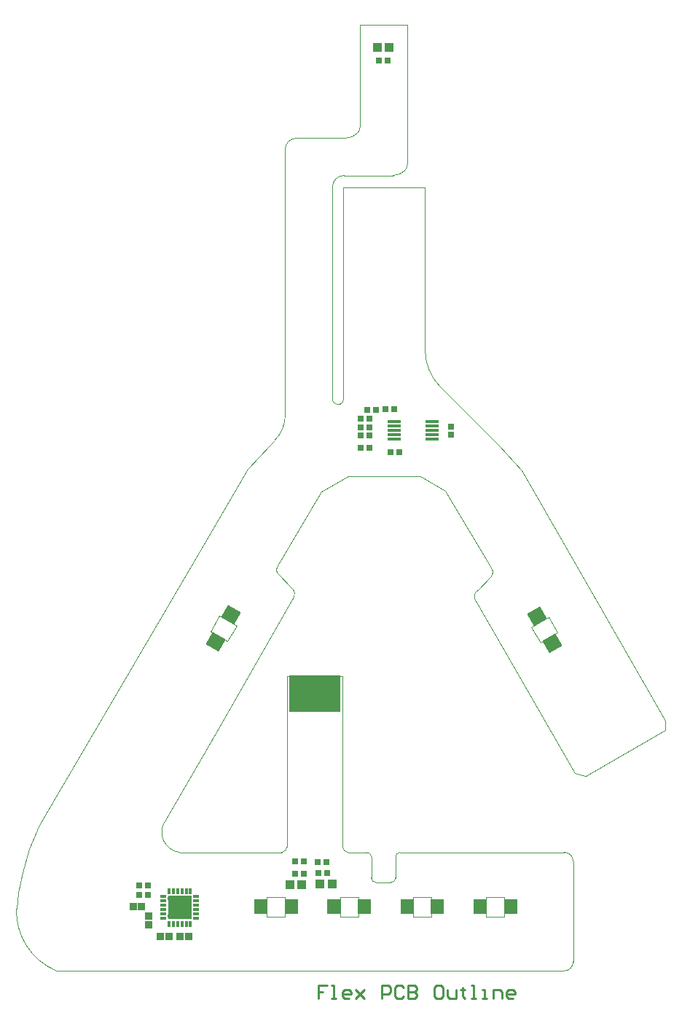
<source format=gbs>
G04*
G04 #@! TF.GenerationSoftware,Altium Limited,Altium Designer,18.1.4 (159)*
G04*
G04 Layer_Color=16711935*
%FSLAX44Y44*%
%MOMM*%
G71*
G01*
G75*
%ADD13C,0.2540*%
%ADD15C,0.0500*%
%ADD16C,0.0500*%
%ADD17C,0.0510*%
%ADD18C,0.0508*%
%ADD24R,0.5032X4.2032*%
%ADD26C,0.7112*%
%ADD64R,0.8032X0.8032*%
%ADD65R,1.0032X1.1032*%
%ADD66R,0.8032X0.7032*%
%ADD67R,0.8032X0.4532*%
%ADD68R,0.4532X0.8032*%
%ADD69R,2.8032X2.8032*%
%ADD70R,1.5940X0.4440*%
%ADD71R,0.7032X0.8032*%
G04:AMPARAMS|DCode=72|XSize=1.64mm|YSize=1.74mm|CornerRadius=0mm|HoleSize=0mm|Usage=FLASHONLY|Rotation=120.000|XOffset=0mm|YOffset=0mm|HoleType=Round|Shape=Rectangle|*
%AMROTATEDRECTD72*
4,1,4,1.1634,-0.2751,-0.3434,-1.1451,-1.1634,0.2751,0.3434,1.1451,1.1634,-0.2751,0.0*
%
%ADD72ROTATEDRECTD72*%

G04:AMPARAMS|DCode=73|XSize=1.64mm|YSize=1.74mm|CornerRadius=0mm|HoleSize=0mm|Usage=FLASHONLY|Rotation=240.000|XOffset=0mm|YOffset=0mm|HoleType=Round|Shape=Rectangle|*
%AMROTATEDRECTD73*
4,1,4,-0.3434,1.1451,1.1634,0.2751,0.3434,-1.1451,-1.1634,-0.2751,-0.3434,1.1451,0.0*
%
%ADD73ROTATEDRECTD73*%

%ADD74R,1.6400X1.7400*%
%ADD75R,0.9232X0.9232*%
%ADD76R,0.9232X0.9232*%
D13*
X314494Y-16853D02*
X304338D01*
Y-24470D01*
X309416D01*
X304338D01*
Y-32088D01*
X319573D02*
X324651D01*
X322112D01*
Y-16853D01*
X319573D01*
X339886Y-32088D02*
X334808D01*
X332268Y-29548D01*
Y-24470D01*
X334808Y-21931D01*
X339886D01*
X342425Y-24470D01*
Y-27009D01*
X332268D01*
X347504Y-21931D02*
X357660Y-32088D01*
X352582Y-27009D01*
X357660Y-21931D01*
X347504Y-32088D01*
X377974D02*
Y-16853D01*
X385591D01*
X388130Y-19392D01*
Y-24470D01*
X385591Y-27009D01*
X377974D01*
X403366Y-19392D02*
X400826Y-16853D01*
X395748D01*
X393209Y-19392D01*
Y-29548D01*
X395748Y-32088D01*
X400826D01*
X403366Y-29548D01*
X408444Y-16853D02*
Y-32088D01*
X416061D01*
X418601Y-29548D01*
Y-27009D01*
X416061Y-24470D01*
X408444D01*
X416061D01*
X418601Y-21931D01*
Y-19392D01*
X416061Y-16853D01*
X408444D01*
X446531D02*
X441453D01*
X438914Y-19392D01*
Y-29548D01*
X441453Y-32088D01*
X446531D01*
X449071Y-29548D01*
Y-19392D01*
X446531Y-16853D01*
X454149Y-21931D02*
Y-29548D01*
X456688Y-32088D01*
X464306D01*
Y-21931D01*
X471923Y-19392D02*
Y-21931D01*
X469384D01*
X474463D01*
X471923D01*
Y-29548D01*
X474463Y-32088D01*
X482080D02*
X487158D01*
X484619D01*
Y-16853D01*
X482080D01*
X494776Y-32088D02*
X499854D01*
X497315D01*
Y-21931D01*
X494776D01*
X507472Y-32088D02*
Y-21931D01*
X515089D01*
X517629Y-24470D01*
Y-32088D01*
X530324D02*
X525246D01*
X522707Y-29548D01*
Y-24470D01*
X525246Y-21931D01*
X530324D01*
X532864Y-24470D01*
Y-27009D01*
X522707D01*
D15*
X600247Y127484D02*
G03*
X590088Y137644I-10160J0D01*
G01*
X589833Y0D02*
G03*
X600247Y10414I0J10414D01*
G01*
X614932Y226313D02*
X707436Y279556D01*
Y290448D01*
X600247Y127170D02*
Y127484D01*
X589580Y137644D02*
X590088D01*
X600247Y10414D02*
Y127170D01*
X-32213Y141140D02*
X-20447Y169226D01*
X-39578Y114471D02*
X-32213Y141140D01*
X-44658Y90849D02*
X-39578Y114471D01*
X-46625Y72103D02*
X-44658Y90849D01*
X571624Y410713D02*
X582063Y392583D01*
X551692Y399236D02*
X562131Y381106D01*
X551692Y399236D02*
X571624Y410713D01*
X562131Y381106D02*
X582063Y392583D01*
X178657Y394193D02*
X189096Y412323D01*
X198589Y382716D02*
X209028Y400846D01*
X189096Y412323D02*
X209028Y400846D01*
X178657Y394193D02*
X198589Y382716D01*
X398980Y137644D02*
X589580Y137644D01*
X338541Y137584D02*
X360648D01*
X143128Y137644D02*
X158863D01*
X200145Y137584D02*
X261566D01*
X325067Y658299D02*
X329291D01*
X371294Y102533D02*
X388334D01*
X422905Y574221D02*
X451495Y556926D01*
X505860Y466230D01*
X489008Y441558D02*
X504336Y457340D01*
X505860Y459626D01*
X506622Y462928D01*
X505860Y466230D02*
X506622Y462928D01*
X257617Y460498D02*
X272945Y444716D01*
X256093Y462784D02*
X257617Y460498D01*
X255331Y466086D02*
X256093Y462784D01*
X255331Y466086D02*
X256093Y469388D01*
X256081Y469395D02*
X308048Y556090D01*
X428241Y729359D02*
Y909359D01*
X333241Y729359D02*
Y909359D01*
D16*
X398980Y137644D02*
G03*
X393980Y132601I22J-5022D01*
G01*
X332508Y143681D02*
G03*
X338541Y137584I6065J-31D01*
G01*
X329291Y658299D02*
G03*
X333241Y662857I-304J4254D01*
G01*
X320683D02*
G03*
X325067Y658299I4849J277D01*
G01*
X261566Y137584D02*
G03*
X267507Y143772I-123J6065D01*
G01*
X388334Y102533D02*
G03*
X393980Y108045I67J5579D01*
G01*
X365648D02*
G03*
X371294Y102533I5579J67D01*
G01*
X489008Y441558D02*
G03*
X487080Y429517I5057J-6985D01*
G01*
X274873Y432675D02*
G03*
X272945Y444716I-6985J5057D01*
G01*
X-46625Y72103D02*
G03*
X0Y13I75007J-2611D01*
G01*
X125806Y173617D02*
G03*
X143128Y137644I19993J-12530D01*
G01*
X391126Y923399D02*
G03*
X404617Y928987I0J19079D01*
G01*
X428241Y720934D02*
G03*
X446201Y677573I61321J0D01*
G01*
X279164Y966804D02*
G03*
X269353Y962740I0J-13875D01*
G01*
X349617Y972392D02*
G03*
X352805Y980088I-7696J7696D01*
G01*
X334164Y923399D02*
G03*
X324353Y919335I0J-13875D01*
G01*
X269353Y962740D02*
G03*
X265683Y953879I8860J-8860D01*
G01*
X253487Y615834D02*
G03*
X265683Y645278I-29444J29444D01*
G01*
X404617Y928987D02*
G03*
X407805Y936684I-7696J7696D01*
G01*
X365648Y132601D02*
G03*
X360648Y137584I-4992J-8D01*
G01*
X336126Y966804D02*
G03*
X349617Y972392I0J19079D01*
G01*
X324353Y919335D02*
G03*
X320683Y910475I8860J-8860D01*
G01*
X614479Y226052D02*
X614932Y226313D01*
X602264Y229344D02*
X614479Y226052D01*
X499396Y62979D02*
Y85979D01*
Y62979D02*
X520396D01*
Y85979D01*
X499396D02*
X520396D01*
X414396Y62980D02*
Y85980D01*
Y62980D02*
X435396D01*
Y85980D01*
X414396D02*
X435396D01*
X329396Y62979D02*
Y85979D01*
Y62979D02*
X350396D01*
Y85979D01*
X329396D02*
X350396D01*
X244396D02*
X265396D01*
Y62979D02*
Y85979D01*
X244396Y62979D02*
X265396D01*
X244396D02*
Y85979D01*
X267507Y143772D02*
Y342054D01*
X332508Y143681D02*
Y342054D01*
X267507D02*
X332508D01*
X393980Y108045D02*
Y132601D01*
X487080Y429517D02*
X602264Y229344D01*
X0Y0D02*
X532999Y0D01*
X589833D01*
X333241Y909359D02*
X428241D01*
X334164Y923399D02*
X391126D01*
X446201Y677573D02*
X514176Y609599D01*
X177228Y262982D02*
X274873Y432675D01*
X540153Y581162D02*
X595391Y485166D01*
X707436Y290448D01*
X166106Y487019D02*
X222176Y582534D01*
X-20447Y169226D02*
X166106Y487019D01*
X125806Y173617D02*
X177228Y262982D01*
X308048Y556090D02*
X339311Y574555D01*
X342898Y574567D02*
X422905Y574221D01*
X279164Y966804D02*
X336126D01*
X514176Y609599D02*
X540153Y581162D01*
X222176Y582534D02*
X248399Y610746D01*
X253487Y615834D01*
X158923Y137584D02*
X200145D01*
X320683Y662857D02*
Y900046D01*
X428241Y720934D02*
Y729359D01*
X365648Y108045D02*
Y132601D01*
X333241Y662857D02*
Y729359D01*
X320683Y900046D02*
Y910475D01*
X339311Y574555D02*
X341104Y574576D01*
X342898Y574567D01*
X265683Y645278D02*
Y651873D01*
D17*
X352805Y1098628D02*
X407805D01*
Y936684D02*
Y1098628D01*
D18*
X352805Y980088D02*
Y1098628D01*
X265683Y651873D02*
X265683Y953879D01*
D24*
X297507Y322054D02*
D03*
X302507D02*
D03*
X277507D02*
D03*
X322508D02*
D03*
X272507D02*
D03*
X282508D02*
D03*
X287508D02*
D03*
X292507D02*
D03*
X307507D02*
D03*
X312507D02*
D03*
X317507D02*
D03*
X327508D02*
D03*
D26*
X153528Y84056D02*
D03*
X143128Y73656D02*
D03*
X132728Y84056D02*
D03*
Y63256D02*
D03*
X153528D02*
D03*
D64*
X384522Y1057065D02*
D03*
X374522D02*
D03*
X105752Y99405D02*
D03*
X95752D02*
D03*
X105752Y87975D02*
D03*
X95752D02*
D03*
X313627Y126538D02*
D03*
X303627D02*
D03*
X277183Y126751D02*
D03*
X287183D02*
D03*
X304113Y113271D02*
D03*
X314113D02*
D03*
X286986Y113152D02*
D03*
X276986D02*
D03*
D65*
X372522Y1071796D02*
D03*
X386521D02*
D03*
X319923Y100571D02*
D03*
X305923D02*
D03*
X271176Y100452D02*
D03*
X285176D02*
D03*
D66*
X392393Y651648D02*
D03*
X382393D02*
D03*
X353354Y640681D02*
D03*
X363354D02*
D03*
X353104Y621656D02*
D03*
X363104D02*
D03*
X353135Y607301D02*
D03*
X363135D02*
D03*
X398441Y602475D02*
D03*
X388441D02*
D03*
X361304Y651506D02*
D03*
X371304D02*
D03*
X353104Y631006D02*
D03*
X363104D02*
D03*
D67*
X124128Y61157D02*
D03*
Y66157D02*
D03*
Y71156D02*
D03*
Y76157D02*
D03*
Y81157D02*
D03*
Y86156D02*
D03*
X162128D02*
D03*
Y81157D02*
D03*
Y76157D02*
D03*
Y71156D02*
D03*
Y66157D02*
D03*
Y61157D02*
D03*
D68*
X130628Y92656D02*
D03*
X135628D02*
D03*
X140628D02*
D03*
X145628D02*
D03*
X150628D02*
D03*
X155628D02*
D03*
Y54657D02*
D03*
X150628D02*
D03*
X145628D02*
D03*
X140628D02*
D03*
X135628D02*
D03*
X130628D02*
D03*
D69*
X143128Y73656D02*
D03*
D70*
X436571Y637305D02*
D03*
Y632305D02*
D03*
Y627305D02*
D03*
Y622305D02*
D03*
X436571Y617305D02*
D03*
X392571Y637305D02*
D03*
Y632305D02*
D03*
Y627305D02*
D03*
Y622305D02*
D03*
Y617305D02*
D03*
D71*
X458179Y622056D02*
D03*
Y632056D02*
D03*
D72*
X558003Y411283D02*
D03*
X575753Y380539D02*
D03*
D73*
X202716Y412891D02*
D03*
X184966Y382147D02*
D03*
D74*
X237145Y74481D02*
D03*
X272645D02*
D03*
X357645D02*
D03*
X322145D02*
D03*
X407145D02*
D03*
X442645D02*
D03*
X527645D02*
D03*
X492145D02*
D03*
D75*
X143222Y39718D02*
D03*
X153222D02*
D03*
X88854Y74829D02*
D03*
X98854D02*
D03*
X120616Y39718D02*
D03*
X130616D02*
D03*
D76*
X106854Y63529D02*
D03*
Y53529D02*
D03*
M02*

</source>
